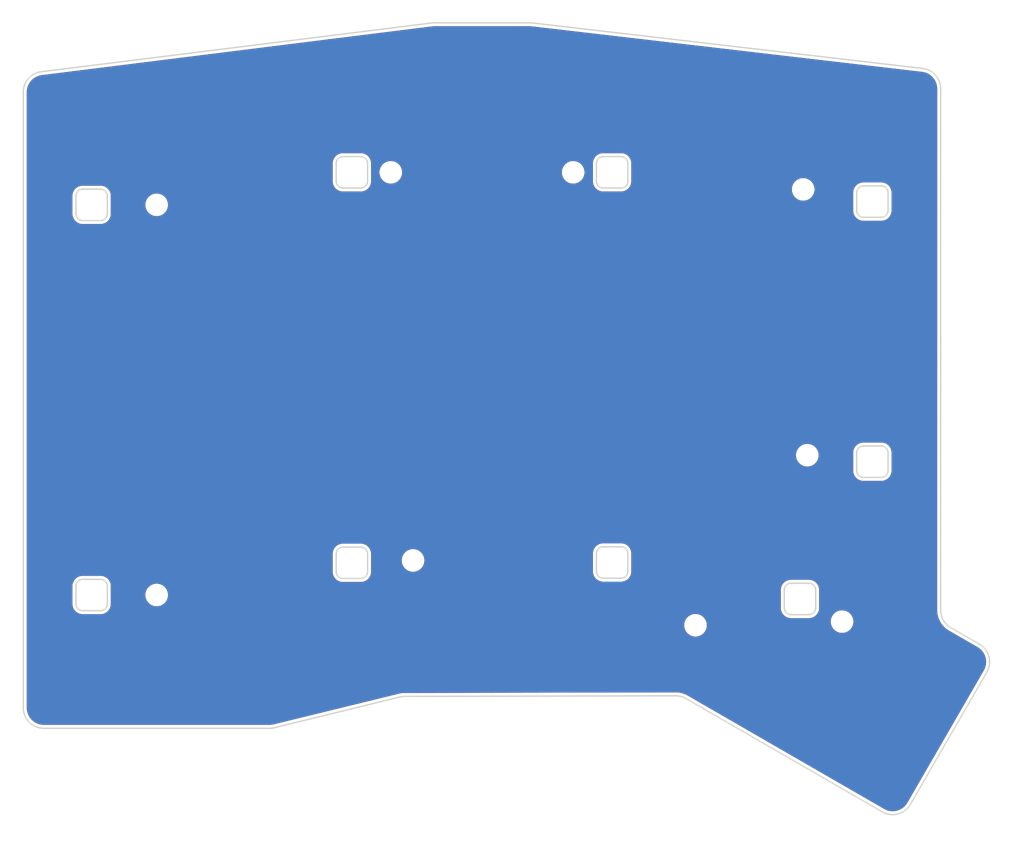
<source format=kicad_pcb>
(kicad_pcb (version 20211014) (generator pcbnew)
  (layers (0 "F.Cu" signal) (31 "B.Cu" signal) (34 "B.Paste" user) (35 "F.Paste" user) (36 "B.SilkS" user "B.Silkscreen") (37 "F.SilkS" user "F.Silkscreen") (38 "B.Mask" user) (39 "F.Mask" user) (44 "Edge.Cuts" user))
  (net 0 "")
  (footprint "MountingHole:MountingHole_2.2mm_M2" (layer "F.Cu") (at 186.386594 102.92447)
    (fp_text reference "REF**")
    (fp_text value "MountingHole_2.2mm_M2")
    (pad "" np_thru_hole circle (at 0 0) (size 2.3 2.3) (drill 2.3) (layers F&B.Cu *.Mask))
  )
  (footprint "MountingHole:MountingHole_2.2mm_M2" (layer "F.Cu") (at 170.017484 127.835648)
    (fp_text reference "REF**")
    (fp_text value "MountingHole_2.2mm_M2")
    (pad "" np_thru_hole circle (at 0 0) (size 2.3 2.3) (drill 2.3) (layers F&B.Cu *.Mask))
  )
  (footprint "MountingHole:MountingHole_2.2mm_M2" (layer "F.Cu") (at 128.669987 118.342032)
    (fp_text reference "REF**")
    (fp_text value "MountingHole_2.2mm_M2")
    (pad "" np_thru_hole circle (at 0 0) (size 2.3 2.3) (drill 2.3) (layers F&B.Cu *.Mask))
  )
  (footprint "MountingHole:MountingHole_2.2mm_M2" (layer "F.Cu") (at 191.477614 127.302563)
    (fp_text reference "REF**")
    (fp_text value "MountingHole_2.2mm_M2")
    (pad "" np_thru_hole circle (at 0 0) (size 2.3 2.3) (drill 2.3) (layers F&B.Cu *.Mask))
  )
  (footprint "MountingHole:MountingHole_2.2mm_M2" (layer "F.Cu") (at 125.411269 61.49102)
    (fp_text reference "REF**")
    (fp_text value "MountingHole_2.2mm_M2")
    (pad "" np_thru_hole circle (at 0 0) (size 2.3 2.3) (drill 2.3) (layers F&B.Cu *.Mask))
  )
  (footprint "MountingHole:MountingHole_2.2mm_M2" (layer "F.Cu") (at 185.781276 63.990974)
    (fp_text reference "REF**")
    (fp_text value "MountingHole_2.2mm_M2")
    (pad "" np_thru_hole circle (at 0 0) (size 2.3 2.3) (drill 2.3) (layers F&B.Cu *.Mask))
  )
  (footprint "MountingHole:MountingHole_2.2mm_M2" (layer "F.Cu") (at 91.136544 66.25282)
    (fp_text reference "REF**")
    (fp_text value "MountingHole_2.2mm_M2")
    (pad "" np_thru_hole circle (at 0 0) (size 2.3 2.3) (drill 2.3) (layers F&B.Cu *.Mask))
  )
  (footprint "MountingHole:MountingHole_2.2mm_M2" (layer "F.Cu") (at 152.111619 61.49102)
    (fp_text reference "REF**")
    (fp_text value "MountingHole_2.2mm_M2")
    (pad "" np_thru_hole circle (at 0 0) (size 2.3 2.3) (drill 2.3) (layers F&B.Cu *.Mask))
  )
  (footprint "MountingHole:MountingHole_2.2mm_M2" (layer "F.Cu") (at 91.136544 123.40282)
    (fp_text reference "REF**")
    (fp_text value "MountingHole_2.2mm_M2")
    (pad "" np_thru_hole circle (at 0 0) (size 2.3 2.3) (drill 2.3) (layers F&B.Cu *.Mask))
  )
  (gr_arc (start 121.011562 116.388483) (mid 121.718699 116.681362) (end 122.011562 117.388483) (layer "Edge.Cuts") (width 0.2))
  (gr_line (start 156.511562 116.341033) (end 159.111562 116.341033) (layer "Edge.Cuts") (width 0.2))
  (gr_line (start 122.011562 60.191033) (end 122.011562 62.791033) (layer "Edge.Cuts") (width 0.2))
  (gr_arc (start 156.511562 63.791033) (mid 155.804468 63.498128) (end 155.511562 62.791033) (layer "Edge.Cuts") (width 0.2))
  (gr_line (start 79.311637 64.952833) (end 79.311637 67.552833) (layer "Edge.Cuts") (width 0.2))
  (gr_arc (start 167.10877 138.169528) (mid 167.888829 138.27088) (end 168.615716 138.571538) (layer "Edge.Cuts") (width 0.2))
  (gr_arc (start 159.111562 116.341033) (mid 159.818682 116.633915) (end 160.111562 117.341033) (layer "Edge.Cuts") (width 0.2))
  (gr_arc (start 82.911637 63.952833) (mid 83.618708 64.245741) (end 83.911637 64.952833) (layer "Edge.Cuts") (width 0.2))
  (gr_arc (start 126.728302 138.345431) (mid 127.079304 138.28128) (end 127.43544 138.259253) (layer "Edge.Cuts") (width 0.2))
  (gr_arc (start 193.611712 102.576783) (mid 193.904612 101.869691) (end 194.611712 101.576783) (layer "Edge.Cuts") (width 0.2))
  (gr_arc (start 203.258829 46.272091) (mid 205.152202 47.257404) (end 205.911212 49.252297) (layer "Edge.Cuts") (width 0.2))
  (gr_arc (start 122.011562 62.791033) (mid 121.718655 63.498105) (end 121.011562 63.791033) (layer "Edge.Cuts") (width 0.2))
  (gr_line (start 118.411562 116.388483) (end 121.011562 116.388483) (layer "Edge.Cuts") (width 0.2))
  (gr_line (start 156.511562 59.191033) (end 159.111562 59.191033) (layer "Edge.Cuts") (width 0.2))
  (gr_line (start 187.612346 125.281666) (end 187.612346 122.681666) (layer "Edge.Cuts") (width 0.2))
  (gr_arc (start 194.610746 68.076783) (mid 193.903615 67.783905) (end 193.610746 67.076783) (layer "Edge.Cuts") (width 0.2))
  (gr_arc (start 156.511562 120.941033) (mid 155.804468 120.648128) (end 155.511562 119.941033) (layer "Edge.Cuts") (width 0.2))
  (gr_arc (start 194.611712 106.176783) (mid 193.904603 105.883893) (end 193.611712 105.176783) (layer "Edge.Cuts") (width 0.2))
  (gr_arc (start 197.211712 101.576783) (mid 197.918817 101.869679) (end 198.211712 102.576783) (layer "Edge.Cuts") (width 0.2))
  (gr_line (start 117.411562 62.791033) (end 117.411562 60.191033) (layer "Edge.Cuts") (width 0.2))
  (gr_arc (start 187.612346 125.281666) (mid 187.319468 125.988811) (end 186.612346 126.281666) (layer "Edge.Cuts") (width 0.2))
  (gr_line (start 145.761212 39.584883) (end 131.761912 39.584883) (layer "Edge.Cuts") (width 0.2))
  (gr_arc (start 79.311637 122.102833) (mid 79.604521 121.395718) (end 80.311637 121.102833) (layer "Edge.Cuts") (width 0.2))
  (gr_arc (start 80.311637 68.552833) (mid 79.604495 68.259955) (end 79.311637 67.552833) (layer "Edge.Cuts") (width 0.2))
  (gr_arc (start 145.761212 39.584883) (mid 145.935314 39.58994) (end 146.108829 39.605091) (layer "Edge.Cuts") (width 0.2))
  (gr_line (start 117.411562 119.988483) (end 117.411562 117.388483) (layer "Edge.Cuts") (width 0.2))
  (gr_line (start 127.43544 138.259253) (end 167.10877 138.169528) (layer "Edge.Cuts") (width 0.2))
  (gr_line (start 186.612346 121.681666) (end 184.012346 121.681666) (layer "Edge.Cuts") (width 0.2))
  (gr_arc (start 117.411562 60.191033) (mid 117.704441 59.483891) (end 118.411562 59.191033) (layer "Edge.Cuts") (width 0.2))
  (gr_arc (start 197.210746 63.476783) (mid 197.917829 63.769691) (end 198.210746 64.476783) (layer "Edge.Cuts") (width 0.2))
  (gr_arc (start 74.611862 142.928383) (mid 72.490539 142.049704) (end 71.611862 139.928383) (layer "Edge.Cuts") (width 0.2))
  (gr_arc (start 183.012346 122.681666) (mid 183.305254 121.974597) (end 184.012346 121.681666) (layer "Edge.Cuts") (width 0.2))
  (gr_arc (start 118.411562 63.791033) (mid 117.704468 63.498128) (end 117.411562 62.791033) (layer "Edge.Cuts") (width 0.2))
  (gr_line (start 160.111562 60.191033) (end 160.111562 62.791033) (layer "Edge.Cuts") (width 0.2))
  (gr_arc (start 108.375135 142.842198) (mid 108.020765 142.906761) (end 107.661212 142.928383) (layer "Edge.Cuts") (width 0.2))
  (gr_arc (start 201.477529 154.08274) (mid 199.655819 155.480445) (end 197.379353 155.180616) (layer "Edge.Cuts") (width 0.2))
  (gr_arc (start 71.611862 49.727883) (mid 72.36284 47.742459) (end 74.239797 46.751045) (layer "Edge.Cuts") (width 0.2))
  (gr_arc (start 118.411562 120.988483) (mid 117.704486 120.695575) (end 117.411562 119.988483) (layer "Edge.Cuts") (width 0.2))
  (gr_line (start 82.911637 63.952833) (end 80.311637 63.952833) (layer "Edge.Cuts") (width 0.2))
  (gr_line (start 80.311637 121.102833) (end 82.911637 121.102833) (layer "Edge.Cuts") (width 0.2))
  (gr_arc (start 198.210746 67.076783) (mid 197.917862 67.783917) (end 197.210746 68.076783) (layer "Edge.Cuts") (width 0.2))
  (gr_arc (start 80.311637 125.702833) (mid 79.604495 125.409955) (end 79.311637 124.702833) (layer "Edge.Cuts") (width 0.2))
  (gr_arc (start 131.389847 39.608045) (mid 131.575519 39.59068) (end 131.761912 39.584883) (layer "Edge.Cuts") (width 0.2))
  (gr_line (start 131.389847 39.608045) (end 74.239797 46.751045) (layer "Edge.Cuts") (width 0.2))
  (gr_arc (start 83.911637 67.552833) (mid 83.618734 68.259932) (end 82.911637 68.552833) (layer "Edge.Cuts") (width 0.2))
  (gr_line (start 193.611712 102.576783) (end 193.611712 105.176783) (layer "Edge.Cuts") (width 0.2))
  (gr_line (start 155.511562 62.791033) (end 155.511562 60.191033) (layer "Edge.Cuts") (width 0.2))
  (gr_line (start 118.411562 59.191033) (end 121.011562 59.191033) (layer "Edge.Cuts") (width 0.2))
  (gr_line (start 198.210746 64.476783) (end 198.210746 67.076783) (layer "Edge.Cuts") (width 0.2))
  (gr_arc (start 155.511562 60.191033) (mid 155.804441 59.483891) (end 156.511562 59.191033) (layer "Edge.Cuts") (width 0.2))
  (gr_line (start 121.011562 63.791033) (end 118.411562 63.791033) (layer "Edge.Cuts") (width 0.2))
  (gr_line (start 168.615716 138.571538) (end 197.379353 155.180616) (layer "Edge.Cuts") (width 0.2))
  (gr_line (start 159.111562 120.941033) (end 156.511562 120.941033) (layer "Edge.Cuts") (width 0.2))
  (gr_arc (start 184.012346 126.281666) (mid 183.305222 125.988787) (end 183.012346 125.281666) (layer "Edge.Cuts") (width 0.2))
  (gr_line (start 194.610746 63.476783) (end 197.210746 63.476783) (layer "Edge.Cuts") (width 0.2))
  (gr_arc (start 117.411562 117.388483) (mid 117.704459 116.681374) (end 118.411562 116.388483) (layer "Edge.Cuts") (width 0.2))
  (gr_line (start 159.111562 63.791033) (end 156.511562 63.791033) (layer "Edge.Cuts") (width 0.2))
  (gr_arc (start 122.011562 119.988483) (mid 121.718672 120.695587) (end 121.011562 120.988483) (layer "Edge.Cuts") (width 0.2))
  (gr_arc (start 211.571708 130.601215) (mid 212.96939 132.422888) (end 212.669609 134.699332) (layer "Edge.Cuts") (width 0.2))
  (gr_line (start 79.311637 124.702833) (end 79.311637 122.102833) (layer "Edge.Cuts") (width 0.2))
  (gr_line (start 193.610746 67.076783) (end 193.610746 64.476783) (layer "Edge.Cuts") (width 0.2))
  (gr_line (start 211.571708 130.601215) (end 207.40056 128.192759) (layer "Edge.Cuts") (width 0.2))
  (gr_line (start 183.012346 122.681666) (end 183.012346 125.281666) (layer "Edge.Cuts") (width 0.2))
  (gr_line (start 205.900673 125.594334) (end 205.911212 49.252297) (layer "Edge.Cuts") (width 0.2))
  (gr_line (start 194.611712 106.176783) (end 197.211712 106.176783) (layer "Edge.Cuts") (width 0.2))
  (gr_line (start 197.211712 101.576783) (end 194.611712 101.576783) (layer "Edge.Cuts") (width 0.2))
  (gr_line (start 71.611862 49.727883) (end 71.611862 139.928383) (layer "Edge.Cuts") (width 0.2))
  (gr_arc (start 82.911637 121.102833) (mid 83.618708 121.395741) (end 83.911637 122.102833) (layer "Edge.Cuts") (width 0.2))
  (gr_arc (start 193.610746 64.476783) (mid 193.903648 63.769703) (end 194.610746 63.476783) (layer "Edge.Cuts") (width 0.2))
  (gr_line (start 201.477529 154.08274) (end 212.669609 134.699332) (layer "Edge.Cuts") (width 0.2))
  (gr_line (start 83.911637 67.552833) (end 83.911637 64.952833) (layer "Edge.Cuts") (width 0.2))
  (gr_arc (start 186.612346 121.681666) (mid 187.319435 121.974573) (end 187.612346 122.681666) (layer "Edge.Cuts") (width 0.2))
  (gr_line (start 122.011562 117.388483) (end 122.011562 119.988483) (layer "Edge.Cuts") (width 0.2))
  (gr_line (start 184.012346 126.281666) (end 186.612346 126.281666) (layer "Edge.Cuts") (width 0.2))
  (gr_arc (start 79.311637 64.952833) (mid 79.604521 64.245718) (end 80.311637 63.952833) (layer "Edge.Cuts") (width 0.2))
  (gr_line (start 80.311637 68.552833) (end 82.911637 68.552833) (layer "Edge.Cuts") (width 0.2))
  (gr_line (start 160.111562 117.341033) (end 160.111562 119.941033) (layer "Edge.Cuts") (width 0.2))
  (gr_line (start 108.375135 142.842198) (end 126.728302 138.345431) (layer "Edge.Cuts") (width 0.2))
  (gr_arc (start 198.211712 105.176783) (mid 197.918826 105.883905) (end 197.211712 106.176783) (layer "Edge.Cuts") (width 0.2))
  (gr_line (start 83.911637 122.102833) (end 83.911637 124.702833) (layer "Edge.Cuts") (width 0.2))
  (gr_line (start 82.911637 125.702833) (end 80.311637 125.702833) (layer "Edge.Cuts") (width 0.2))
  (gr_line (start 121.011562 120.988483) (end 118.411562 120.988483) (layer "Edge.Cuts") (width 0.2))
  (gr_line (start 74.611862 142.928383) (end 107.661212 142.928383) (layer "Edge.Cuts") (width 0.2))
  (gr_line (start 197.210746 68.076783) (end 194.610746 68.076783) (layer "Edge.Cuts") (width 0.2))
  (gr_line (start 155.511562 119.941033) (end 155.511562 117.341033) (layer "Edge.Cuts") (width 0.2))
  (gr_arc (start 83.911637 124.702833) (mid 83.618734 125.409932) (end 82.911637 125.702833) (layer "Edge.Cuts") (width 0.2))
  (gr_arc (start 159.111562 59.191033) (mid 159.818682 59.483915) (end 160.111562 60.191033) (layer "Edge.Cuts") (width 0.2))
  (gr_arc (start 155.511562 117.341033) (mid 155.804441 116.633891) (end 156.511562 116.341033) (layer "Edge.Cuts") (width 0.2))
  (gr_line (start 198.211712 105.176783) (end 198.211712 102.576783) (layer "Edge.Cuts") (width 0.2))
  (gr_arc (start 160.111562 119.941033) (mid 159.818655 120.648105) (end 159.111562 120.941033) (layer "Edge.Cuts") (width 0.2))
  (gr_arc (start 207.40056 128.192759) (mid 206.302452 127.094513) (end 205.900673 125.594334) (layer "Edge.Cuts") (width 0.2))
  (gr_line (start 203.258829 46.272091) (end 146.108829 39.605091) (layer "Edge.Cuts") (width 0.2))
  (gr_arc (start 121.011562 59.191033) (mid 121.718682 59.483915) (end 122.011562 60.191033) (layer "Edge.Cuts") (width 0.2))
  (gr_arc (start 160.111562 62.791033) (mid 159.818655 63.498105) (end 159.111562 63.791033) (layer "Edge.Cuts") (width 0.2))
  (zone (net 0) (net_name "") (layers F&B.Cu) (connect_pads (clearance 0.508)) (min_thickness 0.254) (fill yes (thermal_gap 0.508) (thermal_bridge_width 0.508))
    (polygon (pts (xy 208.8642 43.561) (xy 209.1944 124.079) (xy 218.1098 131.0894) (xy 202.184 160.3502) (xy 166.5478 142.8496) (xy 131.8514 143.1798) (xy 114.9858 146.9898) (xy 69.7992 146.3548) (xy 68.199 45.1612) (xy 137.2616 36.2458)))
  )
)
</source>
